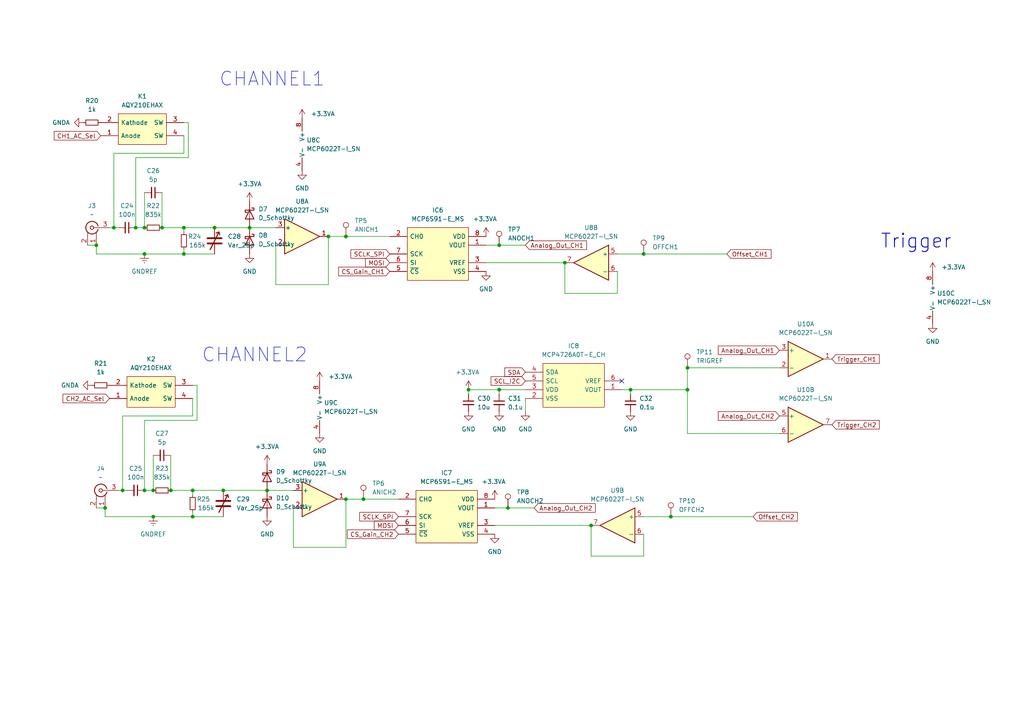
<source format=kicad_sch>
(kicad_sch (version 20211123) (generator eeschema)
  (paper "A4")
  (lib_symbols
    (symbol "Amplifier_Operational:MCP6022" (pin_names (offset 0.127))
      (property "Reference" "U" (at 0 5.08 0))
      (property "Value" "MCP6022" (at 0 -5.08 0))
      (symbol "MCP6022_1_1"
        (polyline (pts (xy -5.08 5.08) (xy 5.08 0) (xy -5.08 -5.08) (xy -5.08 5.08)) (stroke (width 0.254)) (fill (type background)))
        (pin output line (at 7.62 0 180) (length 2.54) (name "~") (number "1"))
        (pin input line (at -7.62 -2.54 0) (length 2.54) (name "-") (number "2"))
        (pin input line (at -7.62 2.54 0) (length 2.54) (name "+") (number "3"))
      )
      (symbol "MCP6022_2_1"
        (polyline (pts (xy -5.08 5.08) (xy 5.08 0) (xy -5.08 -5.08) (xy -5.08 5.08)) (stroke (width 0.254)) (fill (type background)))
        (pin input line (at -7.62 2.54 0) (length 2.54) (name "+") (number "5"))
        (pin input line (at -7.62 -2.54 0) (length 2.54) (name "-") (number "6"))
        (pin output line (at 7.62 0 180) (length 2.54) (name "~") (number "7"))
      )
      (symbol "MCP6022_3_1"
        (pin power_in line (at -2.54 -7.62 90) (length 3.81) (name "V-") (number "4"))
        (pin power_in line (at -2.54 7.62 270) (length 3.81) (name "V+") (number "8"))
      )
    )
    (symbol "Connector:TestPoint" (pin_numbers hide) (pin_names (offset 0.762) hide)
      (property "Reference" "TP" (at 0 6.858 0))
      (property "Value" "TestPoint" (at 0 5.08 0))
      (symbol "TestPoint_0_1"
        (circle (center 0 3.302) (radius 0.762))
      )
      (symbol "TestPoint_1_1"
        (pin passive line (at 0 0 90) (length 2.54) (name "1") (number "1"))
      )
    )
    (symbol "Device:C_Small" (pin_numbers hide) (pin_names (offset 0.254) hide)
      (property "Reference" "C" (at 0.254 1.778 0))
      (property "Value" "C_Small" (at 0.254 -2.032 0))
      (symbol "C_Small_0_1"
        (polyline (pts (xy -1.524 -0.508) (xy 1.524 -0.508)) (stroke (width 0.3302)))
        (polyline (pts (xy -1.524 0.508) (xy 1.524 0.508)) (stroke (width 0.3048)))
      )
      (symbol "C_Small_1_1"
        (pin passive line (at 0 2.54 270) (length 2.032) (name "~") (number "1"))
        (pin passive line (at 0 -2.54 90) (length 2.032) (name "~") (number "2"))
      )
    )
    (symbol "Device:C_Variable" (pin_numbers hide) (pin_names (offset 0.254) hide)
      (property "Reference" "C" (at 0.635 -1.905 0))
      (property "Value" "C_Variable" (at 0.635 -3.81 0))
      (symbol "C_Variable_0_1"
        (polyline (pts (xy -2.032 -0.762) (xy 2.032 -0.762)) (stroke (width 0.508)))
        (polyline (pts (xy -2.032 0.762) (xy 2.032 0.762)) (stroke (width 0.508)))
        (polyline (pts (xy 1.27 2.54) (xy -1.27 -2.54)) (stroke (width 0.3048)))
        (polyline (pts (xy 1.27 2.54) (xy 0.508 2.286)) (stroke (width 0.3048)))
        (polyline (pts (xy 1.27 2.54) (xy 1.524 1.778)) (stroke (width 0.3048)))
      )
      (symbol "C_Variable_1_1"
        (pin passive line (at 0 3.81 270) (length 3.048) (name "~") (number "1"))
        (pin passive line (at 0 -3.81 90) (length 3.048) (name "~") (number "2"))
      )
    )
    (symbol "Device:D_Schottky" (pin_numbers hide) (pin_names (offset 1.016) hide)
      (property "Reference" "D" (at 0 2.54 0))
      (property "Value" "D_Schottky" (at 0 -2.54 0))
      (symbol "D_Schottky_0_1"
        (polyline (pts (xy 1.27 0) (xy -1.27 0)))
        (polyline (pts (xy 1.27 1.27) (xy 1.27 -1.27) (xy -1.27 0) (xy 1.27 1.27)) (stroke (width 0.254)))
        (polyline (pts (xy -1.905 0.635) (xy -1.905 1.27) (xy -1.27 1.27) (xy -1.27 -1.27) (xy -0.635 -1.27) (xy -0.635 -0.635)) (stroke (width 0.254)))
      )
      (symbol "D_Schottky_1_1"
        (pin passive line (at -3.81 0 0) (length 2.54) (name "K") (number "1"))
        (pin passive line (at 3.81 0 180) (length 2.54) (name "A") (number "2"))
      )
    )
    (symbol "Device:R_Small" (pin_numbers hide) (pin_names (offset 0.254) hide)
      (property "Reference" "R" (at 0.762 0.508 0))
      (property "Value" "R_Small" (at 0.762 -1.016 0))
      (symbol "R_Small_0_1"
        (rectangle (start -0.762 1.778) (end 0.762 -1.778) (stroke (width 0.2032)))
      )
      (symbol "R_Small_1_1"
        (pin passive line (at 0 2.54 270) (length 0.762) (name "~") (number "1"))
        (pin passive line (at 0 -2.54 90) (length 0.762) (name "~") (number "2"))
      )
    )
    (symbol "power:+3.3VA" (power) (pin_names (offset 0))
      (property "Value" "+3.3VA" (at 0 3.556 0))
      (symbol "+3.3VA_0_1"
        (polyline (pts (xy -0.762 1.27) (xy 0 2.54)))
        (polyline (pts (xy 0 0) (xy 0 2.54)))
        (polyline (pts (xy 0 2.54) (xy 0.762 1.27)))
      )
      (symbol "+3.3VA_1_1"
        (pin power_in line (at 0 0 90) (length 0) hide (name "+3.3VA") (number "1"))
      )
    )
    (symbol "power:GND" (power) (pin_names (offset 0))
      (property "Value" "GND" (at 0 -3.81 0))
      (symbol "GND_0_1"
        (polyline (pts (xy 0 0) (xy 0 -1.27) (xy 1.27 -1.27) (xy 0 -2.54) (xy -1.27 -1.27) (xy 0 -1.27)))
      )
      (symbol "GND_1_1"
        (pin power_in line (at 0 0 270) (length 0) hide (name "GND") (number "1"))
      )
    )
    (symbol "power:GNDA" (power) (pin_names (offset 0))
      (property "Value" "GNDA" (at 0 -3.81 0))
      (symbol "GNDA_0_1"
        (polyline (pts (xy 0 0) (xy 0 -1.27) (xy 1.27 -1.27) (xy 0 -2.54) (xy -1.27 -1.27) (xy 0 -1.27)))
      )
      (symbol "GNDA_1_1"
        (pin power_in line (at 0 0 270) (length 0) hide (name "GNDA") (number "1"))
      )
    )
    (symbol "power:GNDREF" (power) (pin_names (offset 0))
      (property "Value" "GNDREF" (at 0 -3.81 0))
      (symbol "GNDREF_0_1"
        (polyline (pts (xy -0.635 -1.905) (xy 0.635 -1.905)))
        (polyline (pts (xy -0.127 -2.54) (xy 0.127 -2.54)))
        (polyline (pts (xy 0 -1.27) (xy 0 0)))
        (polyline (pts (xy 1.27 -1.27) (xy -1.27 -1.27)))
      )
      (symbol "GNDREF_1_1"
        (pin power_in line (at 0 0 270) (length 0) hide (name "GNDREF") (number "1"))
      )
    )
    (symbol "project_library:73100-0105" (pin_names (offset 0.762))
      (property "Reference" "J" (at 16.51 7.62 0))
      (property "Value" "73100-0105" (at 16.51 5.08 0))
      (symbol "73100-0105_0_1"
        (polyline (pts (xy 6.35 1.27) (xy 8.382 1.27)))
        (polyline (pts (xy 7.62 0) (xy 7.62 -1.27)))
        (polyline (pts (xy 10.16 0) (xy 10.16 -1.27)))
        (arc (start 7.112 0.762) (mid 9.112 -0.538) (end 10.668 1.27) (stroke (width 0.254)))
        (circle (center 8.89 1.27) (radius 0.508) (stroke (width 0.2032)))
        (arc (start 10.668 1.27) (mid 9.1121 3.0783) (end 7.112 1.778) (stroke (width 0.254)))
      )
      (symbol "73100-0105_1_1"
        (pin passive line (at 7.62 -3.81 90) (length 2.54) (name "") (number "1"))
        (pin passive line (at 10.16 -3.81 90) (length 2.54) (name "") (number "2"))
        (pin passive line (at 3.81 1.27 0) (length 2.54) (name "") (number "3"))
      )
    )
    (symbol "project_library:AQY210EHA" (pin_names (offset 0.762))
      (property "Reference" "K" (at 16.51 7.62 0))
      (property "Value" "AQY210EHA" (at 16.51 5.08 0))
      (symbol "AQY210EHA_0_0"
        (pin passive line (at -3.81 -3.81 0) (length 5.08) (name "Anode") (number "1"))
        (pin passive line (at -3.81 0 0) (length 5.08) (name "Kathode") (number "2"))
        (pin passive line (at 20.32 0 180) (length 5.08) (name "SW") (number "3"))
        (pin passive line (at 20.32 -3.81 180) (length 5.08) (name "SW") (number "4"))
      )
      (symbol "AQY210EHA_0_1"
        (polyline (pts (xy 1.27 2.54) (xy 15.24 2.54) (xy 15.24 -6.35) (xy 1.27 -6.35) (xy 1.27 2.54)) (stroke (width 0.1524)) (fill (type background)))
      )
    )
    (symbol "project_library:MCP4726A1T-E_CH" (pin_names (offset 0.762))
      (property "Reference" "IC" (at 24.13 7.62 0))
      (property "Value" "MCP4726A1T-E_CH" (at 24.13 5.08 0))
      (symbol "MCP4726A1T-E_CH_0_0"
        (pin passive line (at 27.94 -2.54 180) (length 5.08) (name "VOUT") (number "1"))
        (pin passive line (at 0 -5.08 0) (length 5.08) (name "VSS") (number "2"))
        (pin passive line (at 0 -2.54 0) (length 5.08) (name "VDD") (number "3"))
        (pin passive line (at 0 2.54 0) (length 5.08) (name "SDA") (number "4"))
        (pin passive line (at 0 0 0) (length 5.08) (name "SCL") (number "5"))
        (pin passive line (at 27.94 0 180) (length 5.08) (name "VREF") (number "6"))
      )
      (symbol "MCP4726A1T-E_CH_0_1"
        (polyline (pts (xy 5.08 5.08) (xy 22.86 5.08) (xy 22.86 -7.62) (xy 5.08 -7.62) (xy 5.08 5.08)) (stroke (width 0.1524)) (fill (type background)))
      )
    )
    (symbol "project_library:MCP6S91-E_MS" (pin_names (offset 0.762))
      (property "Reference" "IC" (at 24.13 7.62 0))
      (property "Value" "MCP6S91-E_MS" (at 24.13 5.08 0))
      (symbol "MCP6S91-E_MS_0_0"
        (pin passive line (at 0 -2.54 0) (length 5.08) (name "VOUT") (number "1"))
        (pin passive line (at 27.94 0 180) (length 5.08) (name "CH0") (number "2"))
        (pin passive line (at 0 -7.62 0) (length 5.08) (name "VREF") (number "3"))
        (pin passive line (at 0 -10.16 0) (length 5.08) (name "VSS") (number "4"))
        (pin passive line (at 27.94 -10.16 180) (length 5.08) (name "~{CS}") (number "5"))
        (pin passive line (at 27.94 -7.62 180) (length 5.08) (name "SI") (number "6"))
        (pin passive line (at 27.94 -5.08 180) (length 5.08) (name "SCK") (number "7"))
        (pin passive line (at 0 0 0) (length 5.08) (name "VDD") (number "8"))
      )
      (symbol "MCP6S91-E_MS_0_1"
        (polyline (pts (xy 5.08 2.54) (xy 22.86 2.54) (xy 22.86 -12.7) (xy 5.08 -12.7) (xy 5.08 2.54)) (stroke (width 0.1524)) (fill (type background)))
      )
    )
  )
  (junction (at 100.33 144.78))
  (junction (at 33.02 66.04))
  (junction (at 147.32 147.32))
  (junction (at 194.5764 149.86))
  (junction (at 41.91 66.04))
  (junction (at 41.91 142.24))
  (junction (at 171.45 152.4))
  (junction (at 199.39 106.68))
  (junction (at 105.41 144.78))
  (junction (at 30.48 147.32))
  (junction (at 72.39 66.04))
  (junction (at 62.23 66.04))
  (junction (at 49.53 142.24))
  (junction (at 53.34 73.66))
  (junction (at 41.91 73.66))
  (junction (at 186.69 73.66))
  (junction (at 27.94 71.12))
  (junction (at 144.78 113.03))
  (junction (at 55.88 142.24))
  (junction (at 144.78 71.12))
  (junction (at 44.45 149.86))
  (junction (at 35.56 142.24))
  (junction (at 64.77 142.24))
  (junction (at 55.88 149.86))
  (junction (at 163.83 76.2))
  (junction (at 46.99 66.04))
  (junction (at 39.37 66.04))
  (junction (at 182.88 113.03))
  (junction (at 53.34 66.04))
  (junction (at 44.45 142.24))
  (junction (at 199.39 113.03))
  (junction (at 135.89 113.03))
  (junction (at 100.33 68.58))
  (junction (at 95.25 68.58))
  (junction (at 77.47 142.24))
  (no_connect (at 180.34 110.49))
  (wire (pts (xy 55.88 143.51) (xy 55.88 142.24)))
  (wire (pts (xy 80.01 82.55) (xy 95.25 82.55)))
  (wire (pts (xy 182.88 113.03) (xy 199.39 113.03)))
  (wire (pts (xy 80.01 71.12) (xy 80.01 82.55)))
  (wire (pts (xy 55.88 115.57) (xy 55.88 120.65)))
  (wire (pts (xy 57.15 121.92) (xy 41.91 121.92)))
  (wire (pts (xy 53.34 39.37) (xy 53.34 44.45)))
  (wire (pts (xy 41.91 73.66) (xy 53.34 73.66)))
  (wire (pts (xy 46.99 55.88) (xy 46.99 66.04)))
  (wire (pts (xy 55.88 142.24) (xy 64.77 142.24)))
  (wire (pts (xy 144.78 113.03) (xy 152.4 113.03)))
  (wire (pts (xy 140.97 76.2) (xy 163.83 76.2)))
  (wire (pts (xy 33.02 66.04) (xy 31.75 66.04)))
  (wire (pts (xy 186.69 161.29) (xy 171.45 161.29)))
  (wire (pts (xy 35.56 142.24) (xy 34.29 142.24)))
  (wire (pts (xy 143.51 152.4) (xy 171.45 152.4)))
  (wire (pts (xy 72.39 66.04) (xy 80.01 66.04)))
  (wire (pts (xy 55.88 120.65) (xy 35.56 120.65)))
  (wire (pts (xy 49.53 132.08) (xy 49.53 142.24)))
  (wire (pts (xy 44.45 132.08) (xy 44.45 142.24)))
  (wire (pts (xy 186.69 73.66) (xy 210.82 73.66)))
  (wire (pts (xy 41.91 121.92) (xy 41.91 142.24)))
  (wire (pts (xy 77.47 142.24) (xy 85.09 142.24)))
  (wire (pts (xy 147.32 147.32) (xy 154.94 147.32)))
  (wire (pts (xy 163.83 85.09) (xy 163.83 76.2)))
  (wire (pts (xy 39.37 66.04) (xy 41.91 66.04)))
  (wire (pts (xy 199.39 125.73) (xy 226.06 125.73)))
  (wire (pts (xy 199.39 106.68) (xy 199.39 113.03)))
  (wire (pts (xy 152.4 115.57) (xy 152.4 119.38)))
  (wire (pts (xy 41.91 55.88) (xy 41.91 66.04)))
  (wire (pts (xy 54.61 45.72) (xy 39.37 45.72)))
  (wire (pts (xy 85.09 158.75) (xy 100.33 158.75)))
  (wire (pts (xy 140.97 71.12) (xy 144.78 71.12)))
  (wire (pts (xy 194.5764 149.86) (xy 218.44 149.86)))
  (wire (pts (xy 53.34 44.45) (xy 33.02 44.45)))
  (wire (pts (xy 55.88 148.59) (xy 55.88 149.86)))
  (wire (pts (xy 199.39 113.03) (xy 199.39 125.73)))
  (wire (pts (xy 53.34 67.31) (xy 53.34 66.04)))
  (wire (pts (xy 105.41 144.78) (xy 115.57 144.78)))
  (wire (pts (xy 179.07 78.74) (xy 179.07 85.09)))
  (wire (pts (xy 186.69 149.86) (xy 194.5764 149.86)))
  (wire (pts (xy 100.33 68.58) (xy 113.03 68.58)))
  (wire (pts (xy 41.91 142.24) (xy 44.45 142.24)))
  (wire (pts (xy 53.34 35.56) (xy 54.61 35.56)))
  (wire (pts (xy 30.48 149.86) (xy 44.45 149.86)))
  (wire (pts (xy 62.23 66.04) (xy 72.39 66.04)))
  (wire (pts (xy 95.25 68.58) (xy 100.33 68.58)))
  (wire (pts (xy 33.02 66.04) (xy 34.29 66.04)))
  (wire (pts (xy 30.48 149.86) (xy 30.48 147.32)))
  (wire (pts (xy 53.34 72.39) (xy 53.34 73.66)))
  (wire (pts (xy 27.94 73.66) (xy 27.94 71.12)))
  (wire (pts (xy 171.45 161.29) (xy 171.45 152.4)))
  (wire (pts (xy 27.94 73.66) (xy 41.91 73.66)))
  (wire (pts (xy 49.53 142.24) (xy 55.88 142.24)))
  (wire (pts (xy 180.34 113.03) (xy 182.88 113.03)))
  (wire (pts (xy 54.61 35.56) (xy 54.61 45.72)))
  (wire (pts (xy 44.45 149.86) (xy 55.88 149.86)))
  (wire (pts (xy 182.88 114.3) (xy 182.88 113.03)))
  (wire (pts (xy 53.34 73.66) (xy 62.23 73.66)))
  (wire (pts (xy 135.89 113.03) (xy 144.78 113.03)))
  (wire (pts (xy 25.4 71.12) (xy 27.94 71.12)))
  (wire (pts (xy 35.56 120.65) (xy 35.56 142.24)))
  (wire (pts (xy 64.77 142.24) (xy 77.47 142.24)))
  (wire (pts (xy 53.34 66.04) (xy 62.23 66.04)))
  (wire (pts (xy 186.69 154.94) (xy 186.69 161.29)))
  (wire (pts (xy 199.39 106.68) (xy 226.06 106.68)))
  (wire (pts (xy 143.51 147.32) (xy 147.32 147.32)))
  (wire (pts (xy 57.15 111.76) (xy 57.15 121.92)))
  (wire (pts (xy 179.07 85.09) (xy 163.83 85.09)))
  (wire (pts (xy 33.02 44.45) (xy 33.02 66.04)))
  (wire (pts (xy 135.89 114.3) (xy 135.89 113.03)))
  (wire (pts (xy 100.33 144.78) (xy 105.41 144.78)))
  (wire (pts (xy 85.09 147.32) (xy 85.09 158.75)))
  (wire (pts (xy 46.99 66.04) (xy 53.34 66.04)))
  (wire (pts (xy 39.37 45.72) (xy 39.37 66.04)))
  (wire (pts (xy 35.56 142.24) (xy 36.83 142.24)))
  (wire (pts (xy 100.33 144.78) (xy 100.33 158.75)))
  (wire (pts (xy 144.78 71.12) (xy 152.4 71.12)))
  (wire (pts (xy 27.94 147.32) (xy 30.48 147.32)))
  (wire (pts (xy 55.88 111.76) (xy 57.15 111.76)))
  (wire (pts (xy 95.25 68.58) (xy 95.25 82.55)))
  (wire (pts (xy 55.88 149.86) (xy 64.77 149.86)))
  (wire (pts (xy 179.07 73.66) (xy 186.69 73.66)))
  (wire (pts (xy 144.78 114.3) (xy 144.78 113.03)))
  (text "CHANNEL2" (at 58.42 105.41 0) (effects (font (size 4 4)) (justify left bottom)))
  (text "CHANNEL1" (at 63.5 25.4 0) (effects (font (size 4 4)) (justify left bottom)))
  (text "Trigger" (at 255.27 72.39 0) (effects (font (size 4 4) (thickness 0.254) bold) (justify left bottom)))
  (global_label "Trigger_CH1" (shape input) (at 241.3 104.14 0) (property "Intersheet References" "${INTERSHEET_REFS}" (effects hide)))
  (global_label "CS_Gain_CH1" (shape input) (at 113.03 78.74 180) (property "Intersheet References" "${INTERSHEET_REFS}" (effects hide)))
  (global_label "MOSI" (shape input) (at 115.57 152.4 180) (property "Intersheet References" "${INTERSHEET_REFS}" (effects hide)))
  (global_label "Analog_Out_CH2" (shape input) (at 226.06 120.65 180) (property "Intersheet References" "${INTERSHEET_REFS}" (effects hide)))
  (global_label "SCLK_SPI" (shape input) (at 113.03 73.66 180) (property "Intersheet References" "${INTERSHEET_REFS}" (effects hide)))
  (global_label "MOSI" (shape input) (at 113.03 76.2 180) (property "Intersheet References" "${INTERSHEET_REFS}" (effects hide)))
  (global_label "Analog_Out_CH2" (shape input) (at 154.94 147.32 0) (property "Intersheet References" "${INTERSHEET_REFS}" (effects hide)))
  (global_label "Offset_CH2" (shape input) (at 218.44 149.86 0) (property "Intersheet References" "${INTERSHEET_REFS}" (effects hide)))
  (global_label "CH1_AC_Sel" (shape input) (at 29.21 39.37 180) (property "Intersheet References" "${INTERSHEET_REFS}" (effects hide)))
  (global_label "CS_Gain_CH2" (shape input) (at 115.57 154.94 180) (property "Intersheet References" "${INTERSHEET_REFS}" (effects hide)))
  (global_label "Offset_CH1" (shape input) (at 210.82 73.66 0) (property "Intersheet References" "${INTERSHEET_REFS}" (effects hide)))
  (global_label "Analog_Out_CH1" (shape input) (at 152.4 71.12 0) (property "Intersheet References" "${INTERSHEET_REFS}" (effects hide)))
  (global_label "Analog_Out_CH1" (shape input) (at 226.06 101.6 180) (property "Intersheet References" "${INTERSHEET_REFS}" (effects hide)))
  (global_label "Trigger_CH2" (shape input) (at 241.3 123.19 0) (property "Intersheet References" "${INTERSHEET_REFS}" (effects hide)))
  (global_label "SDA" (shape input) (at 152.4 107.95 180) (property "Intersheet References" "${INTERSHEET_REFS}" (effects hide)))
  (global_label "CH2_AC_Sel" (shape input) (at 31.75 115.57 180) (property "Intersheet References" "${INTERSHEET_REFS}" (effects hide)))
  (global_label "SCL_I2C" (shape input) (at 152.4 110.49 180) (property "Intersheet References" "${INTERSHEET_REFS}" (effects hide)))
  (global_label "SCLK_SPI" (shape input) (at 115.57 149.86 180) (property "Intersheet References" "${INTERSHEET_REFS}" (effects hide)))
  (symbol (lib_id "Device:R_Small") (at 55.88 146.05 0) (mirror y) (unit 1)
    (property "Reference" "R25" (at 60.96 144.78 0) (effects (justify left)))
    (property "Value" "165k" (at 62.23 147.32 0) (effects (justify left)))
    (property "Footprint" "Resistor_SMD:R_0805_2012Metric_Pad1.20x1.40mm_HandSolder" (effects hide))
  )
  (symbol (lib_id "power:+3.3VA") (at 140.97 68.58 0) (unit 1)
    (property "Reference" "#PWR068" (effects hide))
    (property "Value" "+3.3VA" (at 137.16 63.5 0) (effects (justify left)))
  )
  (symbol (lib_id "power:GNDREF") (at 44.45 149.86 0) (unit 1)
    (property "Reference" "#PWR057" (effects hide))
    (property "Value" "GNDREF" (at 44.45 154.94 0))
  )
  (symbol (lib_id "Amplifier_Operational:MCP6022") (at 87.63 68.58 0) (unit 1)
    (property "Reference" "U8" (at 87.63 58.42 0))
    (property "Value" "MCP6022T-I_SN" (at 87.63 60.96 0))
    (property "Footprint" "project_library:MCP6022T-I_SN" (effects hide))
    (property "Datasheet" "http://ww1.microchip.com/downloads/en/devicedoc/20001685e.pdf" (effects hide))
  )
  (symbol (lib_id "Connector:TestPoint") (at 144.78 71.12 0) (unit 1)
    (property "Reference" "TP7" (at 147.32 66.5479 0) (effects (justify left)))
    (property "Value" "ANOCH1" (at 147.32 69.0879 0) (effects (justify left)))
    (property "Footprint" "TestPoint:TestPoint_Keystone_5000-5004_Miniature" (effects hide))
  )
  (symbol (lib_id "Device:C_Variable") (at 62.23 69.85 0) (unit 1)
    (property "Reference" "C28" (at 66.04 68.5799 0) (effects (justify left)))
    (property "Value" "Var_25p" (at 66.04 71.12 0) (effects (justify left)))
    (property "Footprint" "project_library:JZ300" (effects hide))
  )
  (symbol (lib_id "Device:C_Small") (at 135.89 116.84 0) (unit 1)
    (property "Reference" "C30" (at 138.43 115.5762 0) (effects (justify left)))
    (property "Value" "10u" (at 138.43 118.1162 0) (effects (justify left)))
    (property "Footprint" "Capacitor_SMD:C_0805_2012Metric_Pad1.18x1.45mm_HandSolder" (effects hide))
  )
  (symbol (lib_id "Connector:TestPoint") (at 100.33 68.58 0) (unit 1)
    (property "Reference" "TP5" (at 102.87 64.0079 0) (effects (justify left)))
    (property "Value" "ANICH1" (at 102.87 66.5479 0) (effects (justify left)))
    (property "Footprint" "TestPoint:TestPoint_Keystone_5000-5004_Miniature" (effects hide))
  )
  (symbol (lib_id "power:GND") (at 270.51 93.98 0) (unit 1)
    (property "Reference" "#PWR082" (effects hide))
    (property "Value" "GND" (at 270.51 99.06 0))
  )
  (symbol (lib_id "project_library:MCP6S91-E_MS") (at 140.97 68.58 0) (mirror y) (unit 1)
    (property "Reference" "IC6" (at 127 60.96 0))
    (property "Value" "MCP6S91-E_MS" (at 127 63.5 0))
    (property "Footprint" "project_library:MCP6S91-E_MS" (effects hide))
    (property "Datasheet" "http://componentsearchengine.com/Datasheets/1/MCP6S91-E_MS.pdf" (effects hide))
    (property "Description" "Low-Gain PGA" (effects hide))
    (property "Height" "1.18" (effects hide))
    (property "Mouser Part Number" "579-MCP6S91-E/MS" (effects hide))
    (property "Mouser Price/Stock" "https://www.mouser.co.uk/ProductDetail/Microchip-Technology/MCP6S91-E-MS?qs=Y8sGFBEOzV9feFTMRkxvqQ%3D%3D" (effects hide))
    (property "Manufacturer_Name" "Microchip" (effects hide))
    (property "Manufacturer_Part_Number" "MCP6S91-E/MS" (effects hide))
  )
  (symbol (lib_id "Device:R_Small") (at 46.99 142.24 270) (mirror x) (unit 1)
    (property "Reference" "R23" (at 46.99 135.89 90))
    (property "Value" "835k" (at 46.99 138.43 90))
    (property "Footprint" "Resistor_SMD:R_0805_2012Metric_Pad1.20x1.40mm_HandSolder" (effects hide))
  )
  (symbol (lib_id "power:GND") (at 144.78 119.38 0) (unit 1)
    (property "Reference" "#PWR072" (effects hide))
    (property "Value" "GND" (at 144.78 124.46 0))
  )
  (symbol (lib_id "project_library:MCP4726A1T-E_CH") (at 152.4 110.49 0) (unit 1)
    (property "Reference" "IC8" (at 166.37 100.33 0))
    (property "Value" "MCP4726A0T-E_CH" (at 166.37 102.87 0))
    (property "Footprint" "project_library:MCP4726A1T-E_CH" (effects hide))
    (property "Datasheet" "http://www.microchip.com/mymicrochip/filehandler.aspx?ddocname=en552842" (effects hide))
    (property "Description" "Microchip, DAC 12 bit- 82LSB Serial (I2C), 6-Pin SOT-23" (effects hide))
    (property "Height" "1.45" (effects hide))
    (property "Mouser Part Number" "579-MCP4726A1TECH" (effects hide))
    (property "Mouser Price/Stock" "https://www.mouser.co.uk/ProductDetail/Microchip-Technology-Atmel/MCP4726A1T-E-CH?qs=ggQiQSXuoRW%252BdJ%252B0gZctMg%3D%3D" (effects hide))
    (property "Manufacturer_Name" "Microchip" (effects hide))
    (property "Manufacturer_Part_Number" "MCP4726A1T-E/CH" (effects hide))
  )
  (symbol (lib_id "Device:C_Small") (at 182.88 116.84 0) (unit 1)
    (property "Reference" "C32" (at 185.42 115.5762 0) (effects (justify left)))
    (property "Value" "0.1u" (at 185.42 118.1162 0) (effects (justify left)))
    (property "Footprint" "Capacitor_SMD:C_0805_2012Metric_Pad1.18x1.45mm_HandSolder" (effects hide))
  )
  (symbol (lib_id "project_library:MCP6S91-E_MS") (at 143.51 144.78 0) (mirror y) (unit 1)
    (property "Reference" "IC7" (at 129.54 137.16 0))
    (property "Value" "MCP6S91-E_MS" (at 129.54 139.7 0))
    (property "Footprint" "project_library:MCP6S91-E_MS" (effects hide))
    (property "Datasheet" "http://componentsearchengine.com/Datasheets/1/MCP6S91-E_MS.pdf" (effects hide))
    (property "Description" "Low-Gain PGA" (effects hide))
    (property "Height" "1.18" (effects hide))
    (property "Mouser Part Number" "579-MCP6S91-E/MS" (effects hide))
    (property "Mouser Price/Stock" "https://www.mouser.co.uk/ProductDetail/Microchip-Technology/MCP6S91-E-MS?qs=Y8sGFBEOzV9feFTMRkxvqQ%3D%3D" (effects hide))
    (property "Manufacturer_Name" "Microchip" (effects hide))
    (property "Manufacturer_Part_Number" "MCP6S91-E/MS" (effects hide))
  )
  (symbol (lib_id "power:+3.3VA") (at 143.51 144.78 0) (unit 1)
    (property "Reference" "#PWR070" (effects hide))
    (property "Value" "+3.3VA" (at 139.7 139.7 0) (effects (justify left)))
  )
  (symbol (lib_id "project_library:AQY210EHA") (at 33.02 35.56 0) (unit 1)
    (property "Reference" "K1" (at 41.275 27.94 0))
    (property "Value" "AQY210EHAX" (at 41.275 30.48 0))
    (property "Footprint" "project_library:AQY210EHAX" (effects hide))
    (property "Datasheet" "https://www3.panasonic.biz/ac/e/search_num/index.jsp?c=detail&part_no=AQY210EHA" (effects hide))
    (property "Description" "PANASONIC - AQY210EHA - RELAY, PHOTOMOS, SPNO" (effects hide))
    (property "Height" "3.15" (effects hide))
    (property "Mouser Part Number" "769-AQY210EHA" (effects hide))
    (property "Mouser Price/Stock" "https://www.mouser.co.uk/ProductDetail/Panasonic-Industrial-Devices/AQY210EHA?qs=QVBMgXxBiLwG4GaWjFZuZg%3D%3D" (effects hide))
    (property "Manufacturer_Name" "Panasonic" (effects hide))
    (property "Manufacturer_Part_Number" "AQY210EHA" (effects hide))
  )
  (symbol (lib_id "Connector:TestPoint") (at 199.39 106.68 0) (unit 1)
    (property "Reference" "TP11" (at 201.93 102.1079 0) (effects (justify left)))
    (property "Value" "TRIGREF" (at 201.93 104.6479 0) (effects (justify left)))
    (property "Footprint" "TestPoint:TestPoint_Keystone_5000-5004_Miniature" (effects hide))
  )
  (symbol (lib_id "project_library:73100-0105") (at 35.56 67.31 0) (mirror y) (unit 1)
    (property "Reference" "J3" (at 26.67 59.69 0))
    (property "Value" "~" (at 26.67 62.23 0))
    (property "Footprint" "project_library:73100-0105" (effects hide))
    (property "Description" "MOLEX - 73100-0105 - RF/COAXIAL, BNC JACK, R/A, 50 OHM, SOLDER" (effects hide))
    (property "Mouser Part Number" "538-73100-0105" (effects hide))
    (property "Mouser Price/Stock" "https://www.mouser.co.uk/ProductDetail/Molex/73100-0105?qs=K8BHR703ZXgAHDUsVPihfA%3D%3D" (effects hide))
    (property "Manufacturer_Name" "Molex" (effects hide))
    (property "Manufacturer_Part_Number" "73100-0105" (effects hide))
  )
  (symbol (lib_id "Amplifier_Operational:MCP6022") (at 273.05 86.36 0) (unit 3)
    (property "Reference" "U10" (at 271.78 85.0899 0) (effects (justify left)))
    (property "Value" "MCP6022T-I_SN" (at 271.78 87.6299 0) (effects (justify left)))
    (property "Footprint" "project_library:MCP6022T-I_SN" (effects hide))
    (property "Datasheet" "http://ww1.microchip.com/downloads/en/devicedoc/20001685e.pdf" (effects hide))
  )
  (symbol (lib_id "power:+3.3VA") (at 92.71 110.49 0) (unit 1)
    (property "Reference" "#PWR064" (effects hide))
    (property "Value" "+3.3VA" (at 95.25 109.2199 0) (effects (justify left)))
  )
  (symbol (lib_id "power:GND") (at 92.71 125.73 0) (unit 1)
    (property "Reference" "#PWR065" (effects hide))
    (property "Value" "GND" (at 92.71 130.81 0))
  )
  (symbol (lib_id "power:GND") (at 135.89 119.38 0) (unit 1)
    (property "Reference" "#PWR067" (effects hide))
    (property "Value" "GND" (at 135.89 124.46 0))
  )
  (symbol (lib_id "Device:D_Schottky") (at 77.47 146.05 270) (unit 1)
    (property "Reference" "D10" (at 80.01 144.4624 90) (effects (justify left)))
    (property "Value" "D_Schottky" (at 80.01 147.0024 90) (effects (justify left)))
    (property "Footprint" "Diode_SMD:D_0805_2012Metric_Pad1.15x1.40mm_HandSolder" (effects hide))
  )
  (symbol (lib_id "power:GND") (at 182.88 119.38 0) (unit 1)
    (property "Reference" "#PWR074" (effects hide))
    (property "Value" "GND" (at 182.88 124.46 0))
  )
  (symbol (lib_id "Amplifier_Operational:MCP6022") (at 90.17 41.91 0) (unit 3)
    (property "Reference" "U8" (at 88.9 40.6399 0) (effects (justify left)))
    (property "Value" "MCP6022T-I_SN" (at 88.9 43.1799 0) (effects (justify left)))
    (property "Footprint" "project_library:MCP6022T-I_SN" (effects hide))
    (property "Datasheet" "http://ww1.microchip.com/downloads/en/devicedoc/20001685e.pdf" (effects hide))
  )
  (symbol (lib_id "Connector:TestPoint") (at 186.69 73.66 0) (unit 1)
    (property "Reference" "TP9" (at 189.23 69.0879 0) (effects (justify left)))
    (property "Value" "OFFCH1" (at 189.23 71.6279 0) (effects (justify left)))
    (property "Footprint" "TestPoint:TestPoint_Keystone_5000-5004_Miniature" (effects hide))
  )
  (symbol (lib_id "power:GNDREF") (at 41.91 73.66 0) (unit 1)
    (property "Reference" "#PWR056" (effects hide))
    (property "Value" "~" (at 41.91 78.74 0))
  )
  (symbol (lib_id "Amplifier_Operational:MCP6022") (at 179.07 152.4 0) (mirror y) (unit 2)
    (property "Reference" "U9" (at 179.07 142.24 0))
    (property "Value" "MCP6022T-I_SN" (at 179.07 144.78 0))
    (property "Footprint" "project_library:MCP6022T-I_SN" (effects hide))
    (property "Datasheet" "http://ww1.microchip.com/downloads/en/devicedoc/20001685e.pdf" (effects hide))
  )
  (symbol (lib_id "Amplifier_Operational:MCP6022") (at 233.68 123.19 0) (unit 2)
    (property "Reference" "U10" (at 233.68 113.03 0))
    (property "Value" "MCP6022T-I_SN" (at 233.68 115.57 0))
    (property "Footprint" "project_library:MCP6022T-I_SN" (effects hide))
    (property "Datasheet" "http://ww1.microchip.com/downloads/en/devicedoc/20001685e.pdf" (effects hide))
  )
  (symbol (lib_id "power:GND") (at 77.47 149.86 0) (unit 1)
    (property "Reference" "#PWR061" (effects hide))
    (property "Value" "GND" (at 77.47 154.94 0))
  )
  (symbol (lib_id "Device:D_Schottky") (at 72.39 62.23 270) (unit 1)
    (property "Reference" "D7" (at 74.93 60.6424 90) (effects (justify left)))
    (property "Value" "D_Schottky" (at 74.93 63.1824 90) (effects (justify left)))
    (property "Footprint" "Diode_SMD:D_0805_2012Metric_Pad1.15x1.40mm_HandSolder" (effects hide))
  )
  (symbol (lib_id "power:GND") (at 152.4 119.38 0) (unit 1)
    (property "Reference" "#PWR073" (effects hide))
    (property "Value" "GND" (at 152.4 124.46 0))
  )
  (symbol (lib_id "project_library:AQY210EHA") (at 35.56 111.76 0) (unit 1)
    (property "Reference" "K2" (at 43.815 104.14 0))
    (property "Value" "AQY210EHAX" (at 43.815 106.68 0))
    (property "Footprint" "project_library:AQY210EHAX" (effects hide))
    (property "Datasheet" "https://www3.panasonic.biz/ac/e/search_num/index.jsp?c=detail&part_no=AQY210EHA" (effects hide))
    (property "Description" "PANASONIC - AQY210EHA - RELAY, PHOTOMOS, SPNO" (effects hide))
    (property "Height" "3.15" (effects hide))
    (property "Mouser Part Number" "769-AQY210EHA" (effects hide))
    (property "Mouser Price/Stock" "https://www.mouser.co.uk/ProductDetail/Panasonic-Industrial-Devices/AQY210EHA?qs=QVBMgXxBiLwG4GaWjFZuZg%3D%3D" (effects hide))
    (property "Manufacturer_Name" "Panasonic" (effects hide))
    (property "Manufacturer_Part_Number" "AQY210EHA" (effects hide))
  )
  (symbol (lib_id "power:+3.3VA") (at 87.63 34.29 0) (unit 1)
    (property "Reference" "#PWR062" (effects hide))
    (property "Value" "+3.3VA" (at 90.17 33.0199 0) (effects (justify left)))
  )
  (symbol (lib_id "Connector:TestPoint") (at 105.41 144.78 0) (unit 1)
    (property "Reference" "TP6" (at 107.95 140.2079 0) (effects (justify left)))
    (property "Value" "ANICH2" (at 107.95 142.7479 0) (effects (justify left)))
    (property "Footprint" "TestPoint:TestPoint_Keystone_5000-5004_Miniature" (effects hide))
  )
  (symbol (lib_id "Device:R_Small") (at 44.45 66.04 270) (mirror x) (unit 1)
    (property "Reference" "R22" (at 44.45 59.69 90))
    (property "Value" "835k" (at 44.45 62.23 90))
    (property "Footprint" "Resistor_SMD:R_0805_2012Metric_Pad1.20x1.40mm_HandSolder" (effects hide))
  )
  (symbol (lib_id "project_library:73100-0105") (at 38.1 143.51 0) (mirror y) (unit 1)
    (property "Reference" "J4" (at 29.21 135.89 0))
    (property "Value" "~" (at 29.21 138.43 0))
    (property "Footprint" "project_library:73100-0105" (effects hide))
    (property "Description" "MOLEX - 73100-0105 - RF/COAXIAL, BNC JACK, R/A, 50 OHM, SOLDER" (effects hide))
    (property "Mouser Part Number" "538-73100-0105" (effects hide))
    (property "Mouser Price/Stock" "https://www.mouser.co.uk/ProductDetail/Molex/73100-0105?qs=K8BHR703ZXgAHDUsVPihfA%3D%3D" (effects hide))
    (property "Manufacturer_Name" "Molex" (effects hide))
    (property "Manufacturer_Part_Number" "73100-0105" (effects hide))
  )
  (symbol (lib_id "Device:C_Small") (at 144.78 116.84 0) (unit 1)
    (property "Reference" "C31" (at 147.32 115.5762 0) (effects (justify left)))
    (property "Value" "0.1u" (at 147.32 118.1162 0) (effects (justify left)))
    (property "Footprint" "Capacitor_SMD:C_0805_2012Metric_Pad1.18x1.45mm_HandSolder" (effects hide))
  )
  (symbol (lib_id "power:+3.3VA") (at 135.89 113.03 0) (unit 1)
    (property "Reference" "#PWR066" (effects hide))
    (property "Value" "+3.3VA" (at 132.08 107.95 0) (effects (justify left)))
  )
  (symbol (lib_id "power:GND") (at 72.39 73.66 0) (unit 1)
    (property "Reference" "#PWR059" (effects hide))
    (property "Value" "GND" (at 72.39 78.74 0))
  )
  (symbol (lib_id "power:+3.3VA") (at 72.39 58.42 0) (unit 1)
    (property "Reference" "#PWR058" (effects hide))
    (property "Value" "+3.3VA" (at 72.39 53.34 0))
  )
  (symbol (lib_id "Device:C_Small") (at 46.99 132.08 270) (mirror x) (unit 1)
    (property "Reference" "C27" (at 46.9837 125.73 90))
    (property "Value" "5p" (at 46.9837 128.27 90))
    (property "Footprint" "Capacitor_SMD:C_0805_2012Metric_Pad1.18x1.45mm_HandSolder" (effects hide))
  )
  (symbol (lib_id "Device:R_Small") (at 26.67 35.56 90) (unit 1)
    (property "Reference" "R20" (at 26.67 29.21 90))
    (property "Value" "1k" (at 26.67 31.75 90))
    (property "Footprint" "Resistor_SMD:R_0805_2012Metric_Pad1.20x1.40mm_HandSolder" (effects hide))
  )
  (symbol (lib_id "Amplifier_Operational:MCP6022") (at 171.45 76.2 0) (mirror y) (unit 2)
    (property "Reference" "U8" (at 171.45 66.04 0))
    (property "Value" "MCP6022T-I_SN" (at 171.45 68.58 0))
    (property "Footprint" "project_library:MCP6022T-I_SN" (effects hide))
    (property "Datasheet" "http://ww1.microchip.com/downloads/en/devicedoc/20001685e.pdf" (effects hide))
  )
  (symbol (lib_id "Device:C_Small") (at 39.37 142.24 270) (mirror x) (unit 1)
    (property "Reference" "C25" (at 39.3637 135.89 90))
    (property "Value" "100n" (at 39.3637 138.43 90))
    (property "Footprint" "Capacitor_SMD:C_0805_2012Metric_Pad1.18x1.45mm_HandSolder" (effects hide))
  )
  (symbol (lib_id "Connector:TestPoint") (at 147.32 147.32 0) (unit 1)
    (property "Reference" "TP8" (at 149.86 142.7479 0) (effects (justify left)))
    (property "Value" "ANOCH2" (at 149.86 145.2879 0) (effects (justify left)))
    (property "Footprint" "TestPoint:TestPoint_Keystone_5000-5004_Miniature" (effects hide))
  )
  (symbol (lib_id "Amplifier_Operational:MCP6022") (at 233.68 104.14 0) (unit 1)
    (property "Reference" "U10" (at 233.68 93.98 0))
    (property "Value" "MCP6022T-I_SN" (at 233.68 96.52 0))
    (property "Footprint" "project_library:MCP6022T-I_SN" (effects hide))
    (property "Datasheet" "http://ww1.microchip.com/downloads/en/devicedoc/20001685e.pdf" (effects hide))
  )
  (symbol (lib_id "Device:D_Schottky") (at 72.39 69.85 270) (unit 1)
    (property "Reference" "D8" (at 74.93 68.2624 90) (effects (justify left)))
    (property "Value" "D_Schottky" (at 74.93 70.8024 90) (effects (justify left)))
    (property "Footprint" "Diode_SMD:D_0805_2012Metric_Pad1.15x1.40mm_HandSolder" (effects hide))
  )
  (symbol (lib_id "power:GNDA") (at 24.13 35.56 270) (unit 1)
    (property "Reference" "#PWR054" (effects hide))
    (property "Value" "GNDA" (at 20.32 35.5599 90) (effects (justify right)))
  )
  (symbol (lib_id "Device:C_Small") (at 44.45 55.88 270) (mirror x) (unit 1)
    (property "Reference" "C26" (at 44.4437 49.53 90))
    (property "Value" "5p" (at 44.4437 52.07 90))
    (property "Footprint" "Capacitor_SMD:C_0805_2012Metric_Pad1.18x1.45mm_HandSolder" (effects hide))
  )
  (symbol (lib_id "power:GNDA") (at 26.67 111.76 270) (unit 1)
    (property "Reference" "#PWR055" (effects hide))
    (property "Value" "GNDA" (at 22.86 111.7599 90) (effects (justify right)))
  )
  (symbol (lib_id "power:GND") (at 87.63 49.53 0) (unit 1)
    (property "Reference" "#PWR063" (effects hide))
    (property "Value" "GND" (at 87.63 54.61 0))
  )
  (symbol (lib_id "power:+3.3VA") (at 270.51 78.74 0) (unit 1)
    (property "Reference" "#PWR081" (effects hide))
    (property "Value" "+3.3VA" (at 273.05 77.4699 0) (effects (justify left)))
  )
  (symbol (lib_id "power:+3.3VA") (at 77.47 134.62 0) (unit 1)
    (property "Reference" "#PWR060" (effects hide))
    (property "Value" "+3.3VA" (at 77.47 129.54 0))
  )
  (symbol (lib_id "Device:R_Small") (at 53.34 69.85 0) (mirror y) (unit 1)
    (property "Reference" "R24" (at 58.42 68.58 0) (effects (justify left)))
    (property "Value" "165k" (at 59.69 71.12 0) (effects (justify left)))
    (property "Footprint" "Resistor_SMD:R_0805_2012Metric_Pad1.20x1.40mm_HandSolder" (effects hide))
  )
  (symbol (lib_id "Device:D_Schottky") (at 77.47 138.43 270) (unit 1)
    (property "Reference" "D9" (at 80.01 136.8424 90) (effects (justify left)))
    (property "Value" "D_Schottky" (at 80.01 139.3824 90) (effects (justify left)))
    (property "Footprint" "Diode_SMD:D_0805_2012Metric_Pad1.15x1.40mm_HandSolder" (effects hide))
  )
  (symbol (lib_id "power:GND") (at 143.51 154.94 0) (unit 1)
    (property "Reference" "#PWR071" (effects hide))
    (property "Value" "GND" (at 143.51 160.02 0))
  )
  (symbol (lib_id "Device:R_Small") (at 29.21 111.76 90) (unit 1)
    (property "Reference" "R21" (at 29.21 105.41 90))
    (property "Value" "1k" (at 29.21 107.95 90))
    (property "Footprint" "Resistor_SMD:R_0805_2012Metric_Pad1.20x1.40mm_HandSolder" (effects hide))
  )
  (symbol (lib_id "Connector:TestPoint") (at 194.5764 149.86 0) (unit 1)
    (property "Reference" "TP10" (at 196.85 145.2879 0) (effects (justify left)))
    (property "Value" "OFFCH2" (at 196.85 147.8279 0) (effects (justify left)))
    (property "Footprint" "TestPoint:TestPoint_Keystone_5000-5004_Miniature" (effects hide))
  )
  (symbol (lib_id "Amplifier_Operational:MCP6022") (at 92.71 144.78 0) (unit 1)
    (property "Reference" "U9" (at 92.71 134.62 0))
    (property "Value" "MCP6022T-I_SN" (at 92.71 137.16 0))
    (property "Footprint" "project_library:MCP6022T-I_SN" (effects hide))
    (property "Datasheet" "http://ww1.microchip.com/downloads/en/devicedoc/20001685e.pdf" (effects hide))
  )
  (symbol (lib_id "Amplifier_Operational:MCP6022") (at 95.25 118.11 0) (unit 3)
    (property "Reference" "U9" (at 93.98 116.8399 0) (effects (justify left)))
    (property "Value" "MCP6022T-I_SN" (at 93.98 119.3799 0) (effects (justify left)))
    (property "Footprint" "project_library:MCP6022T-I_SN" (effects hide))
    (property "Datasheet" "http://ww1.microchip.com/downloads/en/devicedoc/20001685e.pdf" (effects hide))
  )
  (symbol (lib_id "Device:C_Variable") (at 64.77 146.05 0) (unit 1)
    (property "Reference" "C29" (at 68.58 144.7799 0) (effects (justify left)))
    (property "Value" "Var_25p" (at 68.58 147.32 0) (effects (justify left)))
    (property "Footprint" "project_library:JZ300" (effects hide))
  )
  (symbol (lib_id "power:GND") (at 140.97 78.74 0) (unit 1)
    (property "Reference" "#PWR069" (effects hide))
    (property "Value" "GND" (at 140.97 83.82 0))
  )
  (symbol (lib_id "Device:C_Small") (at 36.83 66.04 270) (mirror x) (unit 1)
    (property "Reference" "C24" (at 36.8237 59.69 90))
    (property "Value" "100n" (at 36.8237 62.23 90))
    (property "Footprint" "Capacitor_SMD:C_0805_2012Metric_Pad1.18x1.45mm_HandSolder" (effects hide))
  )
)
</source>
